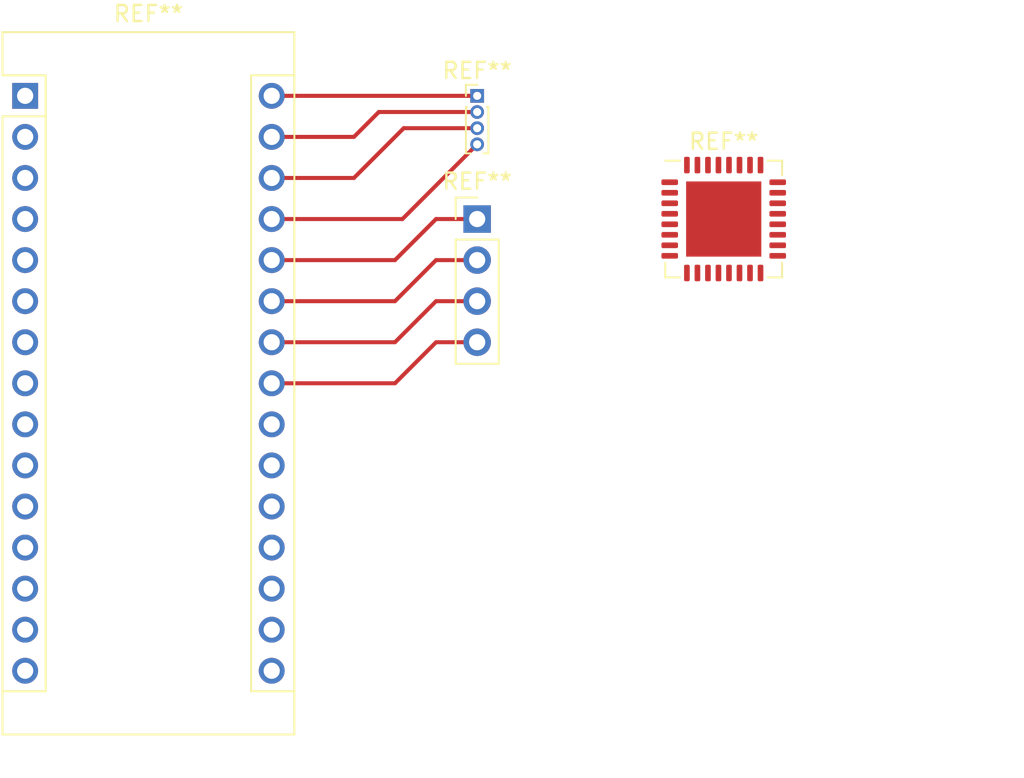
<source format=kicad_pcb>
(kicad_pcb (version 20220609) (generator pcbnew)
  (layers (0 "F.Cu" signal) (31 "B.Cu" signal) (34 "B.Paste" user) (35 "F.Paste" user) (36 "B.SilkS" user "B.Silkscreen") (37 "F.SilkS" user "F.Silkscreen") (38 "B.Mask" user) (39 "F.Mask" user) (44 "Edge.Cuts" user))
  (net 0 "")
  (footprint "Connector_PinHeader_1.00mm:PinHeader_1x04_P1.00mm_Vertical" (layer "F.Cu") (at 109.22 60.96)
    (fp_text reference "REF**" (at 0 -1.56) (layer "F.SilkS"))
    (fp_text value "PinHeader_1x04_P1.00mm_Vertical")
    (fp_line (start -0.695 -0.685) (end 0 -0.685) (stroke (width 0.12)) (layer "F.SilkS"))
    (fp_line (start -0.695 0) (end -0.695 -0.685) (stroke (width 0.12)) (layer "F.SilkS"))
    (fp_line (start -0.695 0.685) (end -0.695 3.56) (stroke (width 0.12)) (layer "F.SilkS"))
    (fp_line (start -0.695 0.685) (end -0.608276 0.685) (stroke (width 0.12)) (layer "F.SilkS"))
    (fp_line (start -0.695 3.56) (end -0.394493 3.56) (stroke (width 0.12)) (layer "F.SilkS"))
    (fp_line (start 0.394493 3.56) (end 0.695 3.56) (stroke (width 0.12)) (layer "F.SilkS"))
    (fp_line (start 0.608276 0.685) (end 0.695 0.685) (stroke (width 0.12)) (layer "F.SilkS"))
    (fp_line (start 0.695 0.685) (end 0.695 3.56) (stroke (width 0.12)) (layer "F.SilkS"))
    (pad "1" thru_hole rect (at 0 0) (size 0.85 0.85) (drill 0.5) (layers *.Cu *.Mask))
    (pad "2" thru_hole oval (at 0 1) (size 0.85 0.85) (drill 0.5) (layers *.Cu *.Mask))
    (pad "3" thru_hole oval (at 0 2) (size 0.85 0.85) (drill 0.5) (layers *.Cu *.Mask))
    (pad "4" thru_hole oval (at 0 3) (size 0.85 0.85) (drill 0.5) (layers *.Cu *.Mask))
  )
  (footprint "Connector_PinHeader_2.54mm:PinHeader_1x04_P2.54mm_Vertical" (layer "F.Cu") (at 109.22 68.58)
    (fp_text reference "REF**" (at 0 -2.33) (layer "F.SilkS"))
    (fp_text value "PinHeader_1x04_P2.54mm_Vertical")
    (fp_line (start -1.33 -1.33) (end 0 -1.33) (stroke (width 0.12)) (layer "F.SilkS"))
    (fp_line (start -1.33 0) (end -1.33 -1.33) (stroke (width 0.12)) (layer "F.SilkS"))
    (fp_line (start -1.33 1.27) (end -1.33 8.95) (stroke (width 0.12)) (layer "F.SilkS"))
    (fp_line (start -1.33 1.27) (end 1.33 1.27) (stroke (width 0.12)) (layer "F.SilkS"))
    (fp_line (start -1.33 8.95) (end 1.33 8.95) (stroke (width 0.12)) (layer "F.SilkS"))
    (fp_line (start 1.33 1.27) (end 1.33 8.95) (stroke (width 0.12)) (layer "F.SilkS"))
    (pad "1" thru_hole rect (at 0 0) (size 1.7 1.7) (drill 1) (layers *.Cu *.Mask))
    (pad "2" thru_hole oval (at 0 2.54) (size 1.7 1.7) (drill 1) (layers *.Cu *.Mask))
    (pad "3" thru_hole oval (at 0 5.08) (size 1.7 1.7) (drill 1) (layers *.Cu *.Mask))
    (pad "4" thru_hole oval (at 0 7.62) (size 1.7 1.7) (drill 1) (layers *.Cu *.Mask))
  )
  (footprint "Module:Arduino_Nano_WithMountingHoles" (layer "F.Cu") (at 81.28 60.96)
    (fp_text reference "REF**" (at 7.62 -5.08) (layer "F.SilkS"))
    (fp_text value "Arduino_Nano_WithMountingHoles")
    (fp_line (start -1.4 -3.94) (end -1.4 -1.27) (stroke (width 0.12)) (layer "F.SilkS"))
    (fp_line (start -1.4 1.27) (end -1.4 39.5) (stroke (width 0.12)) (layer "F.SilkS"))
    (fp_line (start -1.4 39.5) (end 16.64 39.5) (stroke (width 0.12)) (layer "F.SilkS"))
    (fp_line (start 1.27 -1.27) (end -1.4 -1.27) (stroke (width 0.12)) (layer "F.SilkS"))
    (fp_line (start 1.27 1.27) (end -1.4 1.27) (stroke (width 0.12)) (layer "F.SilkS"))
    (fp_line (start 1.27 1.27) (end 1.27 -1.27) (stroke (width 0.12)) (layer "F.SilkS"))
    (fp_line (start 1.27 1.27) (end 1.27 36.83) (stroke (width 0.12)) (layer "F.SilkS"))
    (fp_line (start 1.27 36.83) (end -1.4 36.83) (stroke (width 0.12)) (layer "F.SilkS"))
    (fp_line (start 13.97 -1.27) (end 13.97 36.83) (stroke (width 0.12)) (layer "F.SilkS"))
    (fp_line (start 13.97 -1.27) (end 16.64 -1.27) (stroke (width 0.12)) (layer "F.SilkS"))
    (fp_line (start 13.97 36.83) (end 16.64 36.83) (stroke (width 0.12)) (layer "F.SilkS"))
    (fp_line (start 16.64 -3.94) (end -1.4 -3.94) (stroke (width 0.12)) (layer "F.SilkS"))
    (fp_line (start 16.64 39.5) (end 16.64 -3.94) (stroke (width 0.12)) (layer "F.SilkS"))
    (pad "" np_thru_hole circle (at 0 -2.54) (size 1.78 1.78) (drill 1.78) (layers *.Cu *.Mask))
    (pad "" np_thru_hole circle (at 0 38.1) (size 1.78 1.78) (drill 1.78) (layers *.Cu *.Mask))
    (pad "" np_thru_hole circle (at 15.24 -2.54) (size 1.78 1.78) (drill 1.78) (layers *.Cu *.Mask))
    (pad "" np_thru_hole circle (at 15.24 38.1) (size 1.78 1.78) (drill 1.78) (layers *.Cu *.Mask))
    (pad "1" thru_hole rect (at 0 0) (size 1.6 1.6) (drill 1) (layers *.Cu *.Mask))
    (pad "2" thru_hole oval (at 0 2.54) (size 1.6 1.6) (drill 1) (layers *.Cu *.Mask))
    (pad "3" thru_hole oval (at 0 5.08) (size 1.6 1.6) (drill 1) (layers *.Cu *.Mask))
    (pad "4" thru_hole oval (at 0 7.62) (size 1.6 1.6) (drill 1) (layers *.Cu *.Mask))
    (pad "5" thru_hole oval (at 0 10.16) (size 1.6 1.6) (drill 1) (layers *.Cu *.Mask))
    (pad "6" thru_hole oval (at 0 12.7) (size 1.6 1.6) (drill 1) (layers *.Cu *.Mask))
    (pad "7" thru_hole oval (at 0 15.24) (size 1.6 1.6) (drill 1) (layers *.Cu *.Mask))
    (pad "8" thru_hole oval (at 0 17.78) (size 1.6 1.6) (drill 1) (layers *.Cu *.Mask))
    (pad "9" thru_hole oval (at 0 20.32) (size 1.6 1.6) (drill 1) (layers *.Cu *.Mask))
    (pad "10" thru_hole oval (at 0 22.86) (size 1.6 1.6) (drill 1) (layers *.Cu *.Mask))
    (pad "11" thru_hole oval (at 0 25.4) (size 1.6 1.6) (drill 1) (layers *.Cu *.Mask))
    (pad "12" thru_hole oval (at 0 27.94) (size 1.6 1.6) (drill 1) (layers *.Cu *.Mask))
    (pad "13" thru_hole oval (at 0 30.48) (size 1.6 1.6) (drill 1) (layers *.Cu *.Mask))
    (pad "14" thru_hole oval (at 0 33.02) (size 1.6 1.6) (drill 1) (layers *.Cu *.Mask))
    (pad "15" thru_hole oval (at 0 35.56) (size 1.6 1.6) (drill 1) (layers *.Cu *.Mask))
    (pad "16" thru_hole oval (at 15.24 35.56) (size 1.6 1.6) (drill 1) (layers *.Cu *.Mask))
    (pad "17" thru_hole oval (at 15.24 33.02) (size 1.6 1.6) (drill 1) (layers *.Cu *.Mask))
    (pad "18" thru_hole oval (at 15.24 30.48) (size 1.6 1.6) (drill 1) (layers *.Cu *.Mask))
    (pad "19" thru_hole oval (at 15.24 27.94) (size 1.6 1.6) (drill 1) (layers *.Cu *.Mask))
    (pad "20" thru_hole oval (at 15.24 25.4) (size 1.6 1.6) (drill 1) (layers *.Cu *.Mask))
    (pad "21" thru_hole oval (at 15.24 22.86) (size 1.6 1.6) (drill 1) (layers *.Cu *.Mask))
    (pad "22" thru_hole oval (at 15.24 20.32) (size 1.6 1.6) (drill 1) (layers *.Cu *.Mask))
    (pad "23" thru_hole oval (at 15.24 17.78) (size 1.6 1.6) (drill 1) (layers *.Cu *.Mask))
    (pad "24" thru_hole oval (at 15.24 15.24) (size 1.6 1.6) (drill 1) (layers *.Cu *.Mask))
    (pad "25" thru_hole oval (at 15.24 12.7) (size 1.6 1.6) (drill 1) (layers *.Cu *.Mask))
    (pad "26" thru_hole oval (at 15.24 10.16) (size 1.6 1.6) (drill 1) (layers *.Cu *.Mask))
    (pad "27" thru_hole oval (at 15.24 7.62) (size 1.6 1.6) (drill 1) (layers *.Cu *.Mask))
    (pad "28" thru_hole oval (at 15.24 5.08) (size 1.6 1.6) (drill 1) (layers *.Cu *.Mask))
    (pad "29" thru_hole oval (at 15.24 2.54) (size 1.6 1.6) (drill 1) (layers *.Cu *.Mask))
    (pad "30" thru_hole oval (at 15.24 0) (size 1.6 1.6) (drill 1) (layers *.Cu *.Mask))
  )
  (footprint "Package_DFN_QFN:QFN-32-1EP_7x7mm_P0.65mm_EP4.65x4.65mm" (layer "F.Cu") (at 124.46 68.58)
    (fp_text reference "REF**" (at 0 -4.8) (layer "F.SilkS"))
    (fp_text value "QFN-32-1EP_7x7mm_P0.65mm_EP4.65x4.65mm")
    (fp_line (start -3.61 3.61) (end -3.61 2.71) (stroke (width 0.12)) (layer "F.SilkS"))
    (fp_line (start -2.71 -3.61) (end -3.61 -3.61) (stroke (width 0.12)) (layer "F.SilkS"))
    (fp_line (start -2.71 3.61) (end -3.61 3.61) (stroke (width 0.12)) (layer "F.SilkS"))
    (fp_line (start 2.71 -3.61) (end 3.61 -3.61) (stroke (width 0.12)) (layer "F.SilkS"))
    (fp_line (start 2.71 3.61) (end 3.61 3.61) (stroke (width 0.12)) (layer "F.SilkS"))
    (fp_line (start 3.61 -3.61) (end 3.61 -2.71) (stroke (width 0.12)) (layer "F.SilkS"))
    (fp_line (start 3.61 3.61) (end 3.61 2.71) (stroke (width 0.12)) (layer "F.SilkS"))
    (pad "1" smd roundrect (at -3.3375 -2.275) (size 1.025 0.35) (layers "F.Cu" "F.Paste" "F.Mask"))
    (pad "2" smd roundrect (at -3.3375 -1.625) (size 1.025 0.35) (layers "F.Cu" "F.Paste" "F.Mask"))
    (pad "3" smd roundrect (at -3.3375 -0.975) (size 1.025 0.35) (layers "F.Cu" "F.Paste" "F.Mask"))
    (pad "4" smd roundrect (at -3.3375 -0.325) (size 1.025 0.35) (layers "F.Cu" "F.Paste" "F.Mask"))
    (pad "5" smd roundrect (at -3.3375 0.325) (size 1.025 0.35) (layers "F.Cu" "F.Paste" "F.Mask"))
    (pad "6" smd roundrect (at -3.3375 0.975) (size 1.025 0.35) (layers "F.Cu" "F.Paste" "F.Mask"))
    (pad "7" smd roundrect (at -3.3375 1.625) (size 1.025 0.35) (layers "F.Cu" "F.Paste" "F.Mask"))
    (pad "8" smd roundrect (at -3.3375 2.275) (size 1.025 0.35) (layers "F.Cu" "F.Paste" "F.Mask"))
    (pad "9" smd roundrect (at -2.275 3.3375) (size 0.35 1.025) (layers "F.Cu" "F.Paste" "F.Mask"))
    (pad "10" smd roundrect (at -1.625 3.3375) (size 0.35 1.025) (layers "F.Cu" "F.Paste" "F.Mask"))
    (pad "11" smd roundrect (at -0.975 3.3375) (size 0.35 1.025) (layers "F.Cu" "F.Paste" "F.Mask"))
    (pad "12" smd roundrect (at -0.325 3.3375) (size 0.35 1.025) (layers "F.Cu" "F.Paste" "F.Mask"))
    (pad "13" smd roundrect (at 0.325 3.3375) (size 0.35 1.025) (layers "F.Cu" "F.Paste" "F.Mask"))
    (pad "14" smd roundrect (at 0.975 3.3375) (size 0.35 1.025) (layers "F.Cu" "F.Paste" "F.Mask"))
    (pad "15" smd roundrect (at 1.625 3.3375) (size 0.35 1.025) (layers "F.Cu" "F.Paste" "F.Mask"))
    (pad "16" smd roundrect (at 2.275 3.3375) (size 0.35 1.025) (layers "F.Cu" "F.Paste" "F.Mask"))
    (pad "17" smd roundrect (at 3.3375 2.275) (size 1.025 0.35) (layers "F.Cu" "F.Paste" "F.Mask"))
    (pad "18" smd roundrect (at 3.3375 1.625) (size 1.025 0.35) (layers "F.Cu" "F.Paste" "F.Mask"))
    (pad "19" smd roundrect (at 3.3375 0.975) (size 1.025 0.35) (layers "F.Cu" "F.Paste" "F.Mask"))
    (pad "20" smd roundrect (at 3.3375 0.325) (size 1.025 0.35) (layers "F.Cu" "F.Paste" "F.Mask"))
    (pad "21" smd roundrect (at 3.3375 -0.325) (size 1.025 0.35) (layers "F.Cu" "F.Paste" "F.Mask"))
    (pad "22" smd roundrect (at 3.3375 -0.975) (size 1.025 0.35) (layers "F.Cu" "F.Paste" "F.Mask"))
    (pad "23" smd roundrect (at 3.3375 -1.625) (size 1.025 0.35) (layers "F.Cu" "F.Paste" "F.Mask"))
    (pad "24" smd roundrect (at 3.3375 -2.275) (size 1.025 0.35) (layers "F.Cu" "F.Paste" "F.Mask"))
    (pad "25" smd roundrect (at 2.275 -3.3375) (size 0.35 1.025) (layers "F.Cu" "F.Paste" "F.Mask"))
    (pad "26" smd roundrect (at 1.625 -3.3375) (size 0.35 1.025) (layers "F.Cu" "F.Paste" "F.Mask"))
    (pad "27" smd roundrect (at 0.975 -3.3375) (size 0.35 1.025) (layers "F.Cu" "F.Paste" "F.Mask"))
    (pad "28" smd roundrect (at 0.325 -3.3375) (size 0.35 1.025) (layers "F.Cu" "F.Paste" "F.Mask"))
    (pad "29" smd roundrect (at -0.325 -3.3375) (size 0.35 1.025) (layers "F.Cu" "F.Paste" "F.Mask"))
    (pad "30" smd roundrect (at -0.975 -3.3375) (size 0.35 1.025) (layers "F.Cu" "F.Paste" "F.Mask"))
    (pad "31" smd roundrect (at -1.625 -3.3375) (size 0.35 1.025) (layers "F.Cu" "F.Paste" "F.Mask"))
    (pad "32" smd roundrect (at -2.275 -3.3375) (size 0.35 1.025) (layers "F.Cu" "F.Paste" "F.Mask"))
    (pad "33" smd rect (at 0 0) (size 4.65 4.65) (layers "F.Cu" "F.Mask"))
  )
  (segment (start 106.68 68.58) (end 109.22 68.58) (width 0.25) (layer "F.Cu") (net 0))
  (segment (start 96.52 66.04) (end 101.6 66.04) (width 0.25) (layer "F.Cu") (net 0))
  (segment (start 96.52 78.74) (end 104.14 78.74) (width 0.25) (layer "F.Cu") (net 0))
  (segment (start 96.52 71.12) (end 104.14 71.12) (width 0.25) (layer "F.Cu") (net 0))
  (segment (start 104.6 68.58) (end 109.22 63.96) (width 0.25) (layer "F.Cu") (net 0))
  (segment (start 104.68 62.96) (end 109.22 62.96) (width 0.25) (layer "F.Cu") (net 0))
  (segment (start 104.14 71.12) (end 106.68 68.58) (width 0.25) (layer "F.Cu") (net 0))
  (segment (start 106.68 76.2) (end 109.22 76.2) (width 0.25) (layer "F.Cu") (net 0))
  (segment (start 103.14 61.96) (end 109.22 61.96) (width 0.25) (layer "F.Cu") (net 0))
  (segment (start 101.6 63.5) (end 103.14 61.96) (width 0.25) (layer "F.Cu") (net 0))
  (segment (start 104.14 76.2) (end 106.68 73.66) (width 0.25) (layer "F.Cu") (net 0))
  (segment (start 104.14 78.74) (end 106.68 76.2) (width 0.25) (layer "F.Cu") (net 0))
  (segment (start 104.14 73.66) (end 106.68 71.12) (width 0.25) (layer "F.Cu") (net 0))
  (segment (start 106.68 71.12) (end 109.22 71.12) (width 0.25) (layer "F.Cu") (net 0))
  (segment (start 106.68 73.66) (end 109.22 73.66) (width 0.25) (layer "F.Cu") (net 0))
  (segment (start 96.52 68.58) (end 104.6 68.58) (width 0.25) (layer "F.Cu") (net 0))
  (segment (start 101.6 66.04) (end 104.68 62.96) (width 0.25) (layer "F.Cu") (net 0))
  (segment (start 96.52 63.5) (end 101.6 63.5) (width 0.25) (layer "F.Cu") (net 0))
  (segment (start 96.52 76.2) (end 104.14 76.2) (width 0.25) (layer "F.Cu") (net 0))
  (segment (start 96.52 60.96) (end 109.22 60.96) (width 0.25) (layer "F.Cu") (net 0))
  (segment (start 96.52 73.66) (end 104.14 73.66) (width 0.25) (layer "F.Cu") (net 0))
)
</source>
